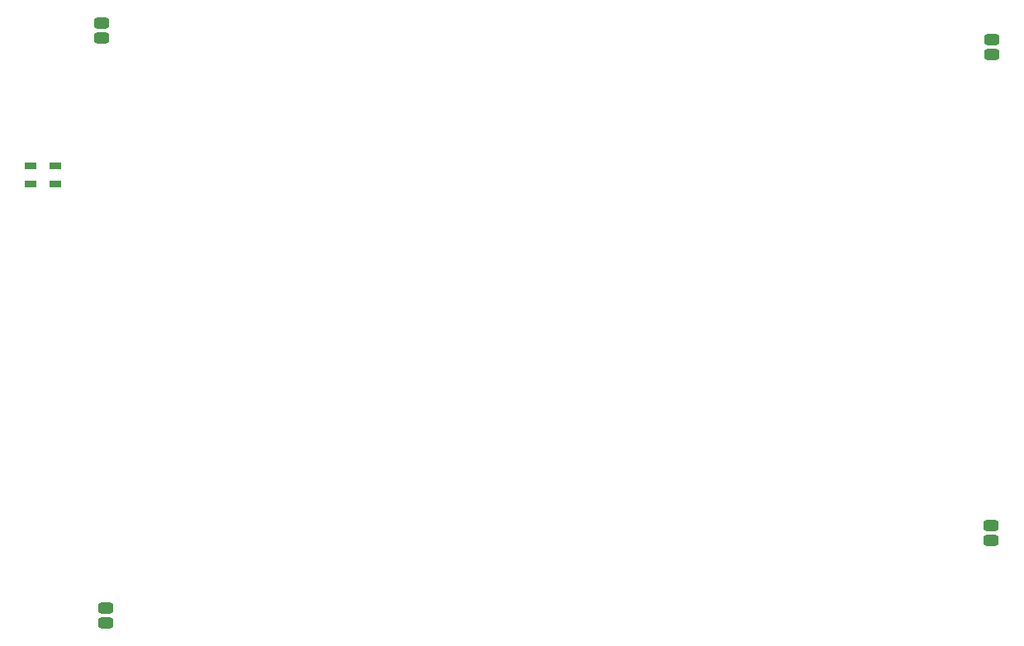
<source format=gbp>
G04 Layer_Color=128*
%FSLAX25Y25*%
%MOIN*%
G70*
G01*
G75*
%ADD329R,0.04721X0.03146*%
G04:AMPARAMS|DCode=330|XSize=44mil|YSize=61mil|CornerRadius=10.5mil|HoleSize=0mil|Usage=FLASHONLY|Rotation=270.000|XOffset=0mil|YOffset=0mil|HoleType=Round|Shape=RoundedRectangle|*
%AMROUNDEDRECTD330*
21,1,0.04400,0.04000,0,0,270.0*
21,1,0.02300,0.06100,0,0,270.0*
1,1,0.02100,-0.02000,-0.01150*
1,1,0.02100,-0.02000,0.01150*
1,1,0.02100,0.02000,0.01150*
1,1,0.02100,0.02000,-0.01150*
%
%ADD330ROUNDEDRECTD330*%
G54D329*
X-72500Y-42842D02*
D03*
Y-35558D02*
D03*
X-82700Y-42842D02*
D03*
Y-35558D02*
D03*
G54D330*
X305300Y9500D02*
D03*
Y15500D02*
D03*
X-52100Y-220000D02*
D03*
Y-214000D02*
D03*
X-53900Y16100D02*
D03*
Y22100D02*
D03*
X305217Y-186858D02*
D03*
Y-180858D02*
D03*
M02*

</source>
